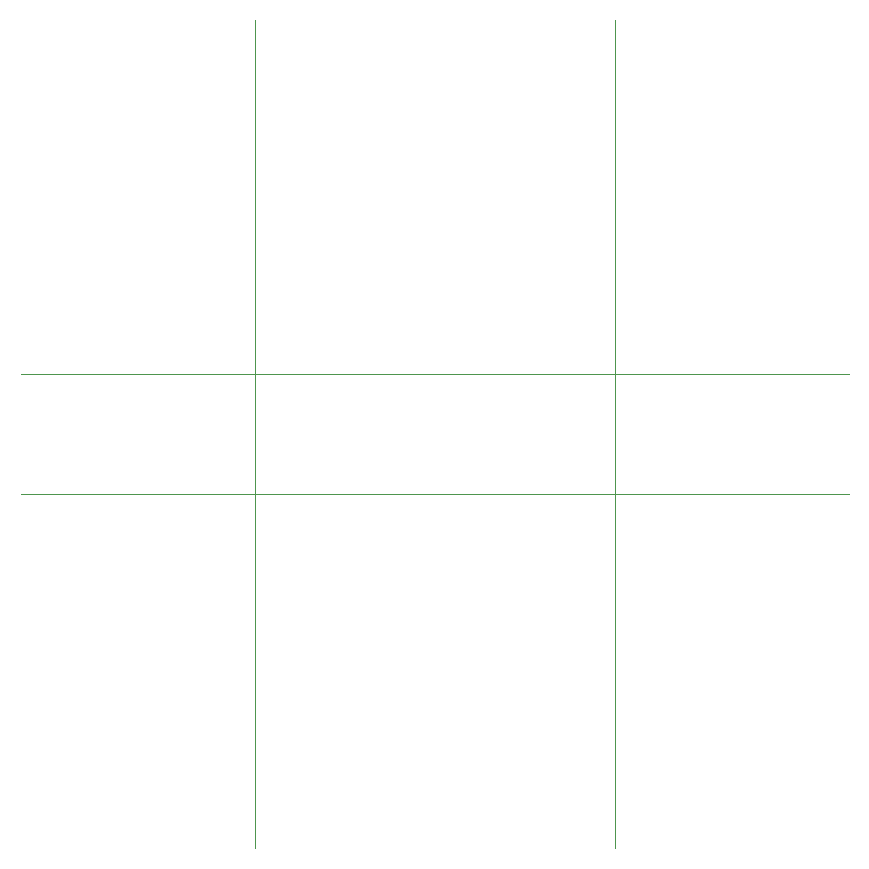
<source format=gbr>
G75*
G71*
%MOMM*%
%OFA0B0*%
%FSLAX53Y53*%
%IPPOS*%
%LPD*%
%ADD10C,0.00100*%
D10*
X0000000Y0029970D02*
X0070100Y0029970D01*
X0000000Y0040130D02*
X0070100Y0040130D01*
X0019810Y0000000D02*
X0019810Y0070100D01*
X0050290Y0000000D02*
X0050290Y0070100D01*
M02*

</source>
